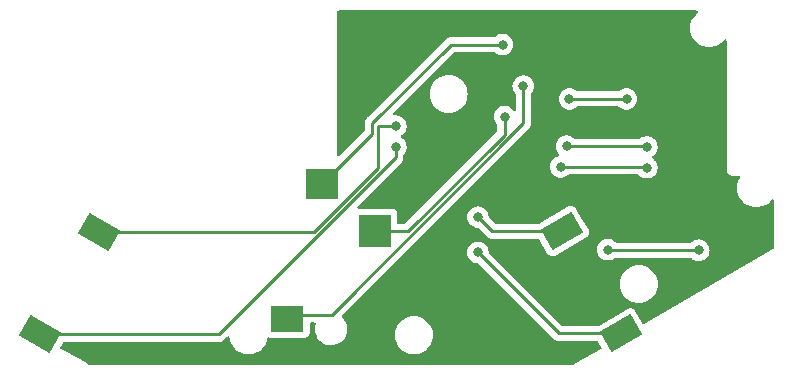
<source format=gbr>
%TF.GenerationSoftware,KiCad,Pcbnew,(6.0.5)*%
%TF.CreationDate,2022-06-19T20:20:05-05:00*%
%TF.ProjectId,GBOYAudioBreakout,47424f59-4175-4646-996f-427265616b6f,rev?*%
%TF.SameCoordinates,Original*%
%TF.FileFunction,Copper,L1,Top*%
%TF.FilePolarity,Positive*%
%FSLAX46Y46*%
G04 Gerber Fmt 4.6, Leading zero omitted, Abs format (unit mm)*
G04 Created by KiCad (PCBNEW (6.0.5)) date 2022-06-19 20:20:05*
%MOMM*%
%LPD*%
G01*
G04 APERTURE LIST*
G04 Aperture macros list*
%AMRotRect*
0 Rectangle, with rotation*
0 The origin of the aperture is its center*
0 $1 length*
0 $2 width*
0 $3 Rotation angle, in degrees counterclockwise*
0 Add horizontal line*
21,1,$1,$2,0,0,$3*%
G04 Aperture macros list end*
%TA.AperFunction,SMDPad,CuDef*%
%ADD10RotRect,3.000000X2.000000X30.000000*%
%TD*%
%TA.AperFunction,SMDPad,CuDef*%
%ADD11RotRect,3.000000X2.000000X150.000000*%
%TD*%
%TA.AperFunction,SMDPad,CuDef*%
%ADD12R,2.800000X2.200000*%
%TD*%
%TA.AperFunction,SMDPad,CuDef*%
%ADD13R,2.800000X2.800000*%
%TD*%
%TA.AperFunction,SMDPad,CuDef*%
%ADD14R,2.800000X2.600000*%
%TD*%
%TA.AperFunction,ViaPad*%
%ADD15C,0.800000*%
%TD*%
%TA.AperFunction,Conductor*%
%ADD16C,0.250000*%
%TD*%
G04 APERTURE END LIST*
D10*
%TO.P,LS2,1,1*%
%TO.N,Net-(LS2-Pad1)*%
X142134848Y-206247128D03*
%TO.P,LS2,2,2*%
%TO.N,Net-(LS2-Pad2)*%
X137134848Y-197586874D03*
%TD*%
D11*
%TO.P,LS1,1,1*%
%TO.N,Net-(LS1-Pad1)*%
X97970153Y-197681873D03*
%TO.P,LS1,2,2*%
%TO.N,Net-(LS1-Pad2)*%
X92970153Y-206342127D03*
%TD*%
D12*
%TO.P,J1,R,ring*%
%TO.N,Net-(U1-Pad13)*%
X113900000Y-205000000D03*
%TO.P,J1,S,sleeve*%
%TO.N,GND*%
X121300000Y-207000000D03*
D13*
%TO.P,J1,T,tip*%
%TO.N,Net-(J1-PadT)*%
X121300000Y-197600000D03*
D14*
%TO.P,J1,TN,tip_sense*%
%TO.N,Net-(J1-PadTN)*%
X116850000Y-193600000D03*
%TD*%
D15*
%TO.N,GND*%
X148780000Y-188650000D03*
%TO.N,Net-(1.8V1-Pad1)*%
X137530000Y-190400000D03*
X144335000Y-190455000D03*
%TO.N,Net-(3.3V1-Pad1)*%
X137030000Y-192150000D03*
X144335000Y-192205000D03*
%TO.N,Net-(LS1-Pad1)*%
X123085000Y-188705000D03*
%TO.N,Net-(LS1-Pad2)*%
X123085000Y-190455000D03*
%TO.N,Net-(LS2-Pad1)*%
X130030000Y-199400000D03*
%TO.N,Net-(LS2-Pad2)*%
X130030000Y-196400000D03*
%TO.N,Net-(MC1-Pad1)*%
X142620000Y-186400000D03*
X137780000Y-186400000D03*
%TO.N,Net-(SDA1-Pad1)*%
X141030000Y-199150000D03*
X148725000Y-199205000D03*
%TO.N,Net-(U1-Pad13)*%
X133870000Y-185310000D03*
%TO.N,Net-(J1-PadTN)*%
X132120000Y-181810000D03*
%TO.N,Net-(J1-PadT)*%
X132280000Y-187900000D03*
%TD*%
D16*
%TO.N,Net-(1.8V1-Pad1)*%
X144335000Y-190455000D02*
X144280000Y-190400000D01*
X144280000Y-190400000D02*
X137530000Y-190400000D01*
%TO.N,Net-(3.3V1-Pad1)*%
X144335000Y-192205000D02*
X144280000Y-192150000D01*
X144280000Y-192150000D02*
X137030000Y-192150000D01*
%TO.N,Net-(LS1-Pad1)*%
X121530000Y-192269022D02*
X121530000Y-188650000D01*
X116117149Y-197681873D02*
X121530000Y-192269022D01*
X97970153Y-197681873D02*
X116117149Y-197681873D01*
X123030000Y-188650000D02*
X121530000Y-188650000D01*
X123085000Y-188705000D02*
X123030000Y-188650000D01*
%TO.N,Net-(LS1-Pad2)*%
X123085000Y-190455000D02*
X123085000Y-191349739D01*
X108092612Y-206342127D02*
X92970153Y-206342127D01*
X123085000Y-191349739D02*
X108092612Y-206342127D01*
%TO.N,Net-(LS2-Pad1)*%
X136877128Y-206247128D02*
X142134848Y-206247128D01*
X130030000Y-199400000D02*
X136877128Y-206247128D01*
%TO.N,Net-(LS2-Pad2)*%
X130030000Y-196400000D02*
X131216874Y-197586874D01*
X131216874Y-197586874D02*
X137134848Y-197586874D01*
%TO.N,Net-(MC1-Pad1)*%
X142620000Y-186400000D02*
X137780000Y-186400000D01*
%TO.N,Net-(SDA1-Pad1)*%
X141085000Y-199205000D02*
X141030000Y-199150000D01*
X148725000Y-199205000D02*
X141085000Y-199205000D01*
%TO.N,Net-(U1-Pad13)*%
X114224521Y-204675479D02*
X113900000Y-205000000D01*
X117673543Y-204675479D02*
X114224521Y-204675479D01*
X133870000Y-185310000D02*
X133870000Y-188479022D01*
X133870000Y-188479022D02*
X117673543Y-204675479D01*
%TO.N,Net-(J1-PadTN)*%
X121080480Y-188463803D02*
X127734283Y-181810000D01*
X121080480Y-189369520D02*
X121080480Y-188463803D01*
X116850000Y-193600000D02*
X121080480Y-189369520D01*
X127734283Y-181810000D02*
X132120000Y-181810000D01*
%TO.N,Net-(J1-PadT)*%
X121300000Y-197600000D02*
X124113304Y-197600000D01*
X124113304Y-197600000D02*
X131780000Y-189933304D01*
X131780000Y-189933304D02*
X132280000Y-189433304D01*
X132280000Y-189433304D02*
X132280000Y-187900000D01*
X121300000Y-197600000D02*
X121580000Y-197600000D01*
%TD*%
%TA.AperFunction,Conductor*%
%TO.N,GND*%
G36*
X148596186Y-178928502D02*
G01*
X148642679Y-178982158D01*
X148652783Y-179052432D01*
X148623289Y-179117012D01*
X148609896Y-179130311D01*
X148459102Y-179259102D01*
X148294672Y-179451624D01*
X148162384Y-179667498D01*
X148065495Y-179901409D01*
X148006391Y-180147597D01*
X147986526Y-180400000D01*
X148006391Y-180652403D01*
X148065495Y-180898591D01*
X148067388Y-180903162D01*
X148067389Y-180903164D01*
X148160211Y-181127255D01*
X148162384Y-181132502D01*
X148294672Y-181348376D01*
X148459102Y-181540898D01*
X148651624Y-181705328D01*
X148867498Y-181837616D01*
X148872068Y-181839509D01*
X148872072Y-181839511D01*
X149096836Y-181932611D01*
X149101409Y-181934505D01*
X149186032Y-181954821D01*
X149342784Y-181992454D01*
X149342790Y-181992455D01*
X149347597Y-181993609D01*
X149447416Y-182001465D01*
X149534345Y-182008307D01*
X149534352Y-182008307D01*
X149536801Y-182008500D01*
X149663199Y-182008500D01*
X149665648Y-182008307D01*
X149665655Y-182008307D01*
X149752584Y-182001465D01*
X149852403Y-181993609D01*
X149857210Y-181992455D01*
X149857216Y-181992454D01*
X150013968Y-181954821D01*
X150098591Y-181934505D01*
X150103164Y-181932611D01*
X150327928Y-181839511D01*
X150327932Y-181839509D01*
X150332502Y-181837616D01*
X150548376Y-181705328D01*
X150740898Y-181540898D01*
X150815873Y-181453114D01*
X150869689Y-181390104D01*
X150929140Y-181351295D01*
X151000135Y-181350789D01*
X151060133Y-181388745D01*
X151090086Y-181453114D01*
X151091500Y-181471935D01*
X151091500Y-192391377D01*
X151091498Y-192392147D01*
X151091024Y-192469721D01*
X151093491Y-192478352D01*
X151099150Y-192498153D01*
X151102728Y-192514915D01*
X151106920Y-192544187D01*
X151110634Y-192552355D01*
X151110634Y-192552356D01*
X151117548Y-192567562D01*
X151123996Y-192585086D01*
X151131051Y-192609771D01*
X151135843Y-192617365D01*
X151135844Y-192617368D01*
X151146830Y-192634780D01*
X151154969Y-192649863D01*
X151167208Y-192676782D01*
X151173069Y-192683584D01*
X151183970Y-192696235D01*
X151195073Y-192711239D01*
X151208776Y-192732958D01*
X151215501Y-192738897D01*
X151215504Y-192738901D01*
X151230938Y-192752532D01*
X151242982Y-192764724D01*
X151256427Y-192780327D01*
X151256430Y-192780329D01*
X151262287Y-192787127D01*
X151269816Y-192792007D01*
X151269817Y-192792008D01*
X151283835Y-192801094D01*
X151298709Y-192812385D01*
X151311217Y-192823431D01*
X151317951Y-192829378D01*
X151344711Y-192841942D01*
X151359691Y-192850263D01*
X151376983Y-192861471D01*
X151376988Y-192861473D01*
X151384515Y-192866352D01*
X151393108Y-192868922D01*
X151393113Y-192868924D01*
X151409120Y-192873711D01*
X151426564Y-192880372D01*
X151441676Y-192887467D01*
X151441678Y-192887468D01*
X151449800Y-192891281D01*
X151458667Y-192892662D01*
X151458668Y-192892662D01*
X151468310Y-192894163D01*
X151479017Y-192895830D01*
X151495732Y-192899613D01*
X151515466Y-192905515D01*
X151515472Y-192905516D01*
X151524066Y-192908086D01*
X151533037Y-192908141D01*
X151533038Y-192908141D01*
X151543097Y-192908202D01*
X151558506Y-192908296D01*
X151559289Y-192908329D01*
X151560386Y-192908500D01*
X151591377Y-192908500D01*
X151592147Y-192908502D01*
X151665785Y-192908952D01*
X151665786Y-192908952D01*
X151669721Y-192908976D01*
X151671065Y-192908592D01*
X151672410Y-192908500D01*
X152126749Y-192908500D01*
X152194870Y-192928502D01*
X152241363Y-192982158D01*
X152251467Y-193052432D01*
X152234181Y-193100335D01*
X152164975Y-193213268D01*
X152164969Y-193213279D01*
X152162384Y-193217498D01*
X152065495Y-193451409D01*
X152006391Y-193697597D01*
X151986526Y-193950000D01*
X152006391Y-194202403D01*
X152065495Y-194448591D01*
X152162384Y-194682502D01*
X152294672Y-194898376D01*
X152459102Y-195090898D01*
X152651624Y-195255328D01*
X152867498Y-195387616D01*
X152872068Y-195389509D01*
X152872072Y-195389511D01*
X153096836Y-195482611D01*
X153101409Y-195484505D01*
X153186032Y-195504821D01*
X153342784Y-195542454D01*
X153342790Y-195542455D01*
X153347597Y-195543609D01*
X153447416Y-195551465D01*
X153534345Y-195558307D01*
X153534352Y-195558307D01*
X153536801Y-195558500D01*
X153663199Y-195558500D01*
X153665648Y-195558307D01*
X153665655Y-195558307D01*
X153752584Y-195551465D01*
X153852403Y-195543609D01*
X153857210Y-195542455D01*
X153857216Y-195542454D01*
X154013968Y-195504821D01*
X154098591Y-195484505D01*
X154103164Y-195482611D01*
X154327928Y-195389511D01*
X154327932Y-195389509D01*
X154332502Y-195387616D01*
X154548376Y-195255328D01*
X154740898Y-195090898D01*
X154799798Y-195021935D01*
X154869689Y-194940104D01*
X154929140Y-194901295D01*
X155000135Y-194900789D01*
X155060133Y-194938745D01*
X155090086Y-195003114D01*
X155091500Y-195021935D01*
X155091500Y-199033678D01*
X155071498Y-199101799D01*
X155028502Y-199142795D01*
X144130607Y-205434882D01*
X144061613Y-205451621D01*
X143994521Y-205428401D01*
X143958488Y-205388764D01*
X143351898Y-204338119D01*
X143351892Y-204338110D01*
X143350193Y-204335167D01*
X143348187Y-204332426D01*
X143348183Y-204332420D01*
X143317919Y-204291070D01*
X143317917Y-204291068D01*
X143313252Y-204284694D01*
X143250926Y-204233407D01*
X143207710Y-204197846D01*
X143207709Y-204197846D01*
X143200778Y-204192142D01*
X143066849Y-204134879D01*
X143057940Y-204133809D01*
X143057937Y-204133808D01*
X142967231Y-204122912D01*
X142922231Y-204117506D01*
X142913376Y-204118980D01*
X142913373Y-204118980D01*
X142786341Y-204140124D01*
X142786339Y-204140125D01*
X142778550Y-204141421D01*
X142721321Y-204166662D01*
X140244342Y-205596747D01*
X140181342Y-205613628D01*
X137191723Y-205613628D01*
X137123602Y-205593626D01*
X137102628Y-205576723D01*
X133600905Y-202075000D01*
X142036526Y-202075000D01*
X142056391Y-202327403D01*
X142115495Y-202573591D01*
X142212384Y-202807502D01*
X142344672Y-203023376D01*
X142509102Y-203215898D01*
X142701624Y-203380328D01*
X142917498Y-203512616D01*
X142922068Y-203514509D01*
X142922072Y-203514511D01*
X143146836Y-203607611D01*
X143151409Y-203609505D01*
X143236032Y-203629821D01*
X143392784Y-203667454D01*
X143392790Y-203667455D01*
X143397597Y-203668609D01*
X143497416Y-203676465D01*
X143584345Y-203683307D01*
X143584352Y-203683307D01*
X143586801Y-203683500D01*
X143713199Y-203683500D01*
X143715648Y-203683307D01*
X143715655Y-203683307D01*
X143802584Y-203676465D01*
X143902403Y-203668609D01*
X143907210Y-203667455D01*
X143907216Y-203667454D01*
X144063968Y-203629821D01*
X144148591Y-203609505D01*
X144153164Y-203607611D01*
X144377928Y-203514511D01*
X144377932Y-203514509D01*
X144382502Y-203512616D01*
X144598376Y-203380328D01*
X144790898Y-203215898D01*
X144955328Y-203023376D01*
X145087616Y-202807502D01*
X145184505Y-202573591D01*
X145243609Y-202327403D01*
X145263474Y-202075000D01*
X145243609Y-201822597D01*
X145184505Y-201576409D01*
X145087616Y-201342498D01*
X144955328Y-201126624D01*
X144790898Y-200934102D01*
X144598376Y-200769672D01*
X144382502Y-200637384D01*
X144377932Y-200635491D01*
X144377928Y-200635489D01*
X144153164Y-200542389D01*
X144153162Y-200542388D01*
X144148591Y-200540495D01*
X144063968Y-200520179D01*
X143907216Y-200482546D01*
X143907210Y-200482545D01*
X143902403Y-200481391D01*
X143802584Y-200473535D01*
X143715655Y-200466693D01*
X143715648Y-200466693D01*
X143713199Y-200466500D01*
X143586801Y-200466500D01*
X143584352Y-200466693D01*
X143584345Y-200466693D01*
X143497416Y-200473535D01*
X143397597Y-200481391D01*
X143392790Y-200482545D01*
X143392784Y-200482546D01*
X143236032Y-200520179D01*
X143151409Y-200540495D01*
X143146838Y-200542388D01*
X143146836Y-200542389D01*
X142922072Y-200635489D01*
X142922068Y-200635491D01*
X142917498Y-200637384D01*
X142701624Y-200769672D01*
X142509102Y-200934102D01*
X142344672Y-201126624D01*
X142212384Y-201342498D01*
X142115495Y-201576409D01*
X142056391Y-201822597D01*
X142036526Y-202075000D01*
X133600905Y-202075000D01*
X130977122Y-199451217D01*
X130943096Y-199388905D01*
X130940907Y-199375292D01*
X130924232Y-199216635D01*
X130924232Y-199216633D01*
X130923542Y-199210072D01*
X130864527Y-199028444D01*
X130769040Y-198863056D01*
X130641253Y-198721134D01*
X130486752Y-198608882D01*
X130480724Y-198606198D01*
X130480722Y-198606197D01*
X130318319Y-198533891D01*
X130318318Y-198533891D01*
X130312288Y-198531206D01*
X130218887Y-198511353D01*
X130131944Y-198492872D01*
X130131939Y-198492872D01*
X130125487Y-198491500D01*
X129934513Y-198491500D01*
X129928061Y-198492872D01*
X129928056Y-198492872D01*
X129841113Y-198511353D01*
X129747712Y-198531206D01*
X129741682Y-198533891D01*
X129741681Y-198533891D01*
X129579278Y-198606197D01*
X129579276Y-198606198D01*
X129573248Y-198608882D01*
X129418747Y-198721134D01*
X129290960Y-198863056D01*
X129195473Y-199028444D01*
X129136458Y-199210072D01*
X129135768Y-199216633D01*
X129135768Y-199216635D01*
X129123100Y-199337169D01*
X129116496Y-199400000D01*
X129117186Y-199406565D01*
X129135053Y-199576556D01*
X129136458Y-199589928D01*
X129195473Y-199771556D01*
X129198776Y-199777278D01*
X129198777Y-199777279D01*
X129209120Y-199795193D01*
X129290960Y-199936944D01*
X129295378Y-199941851D01*
X129295379Y-199941852D01*
X129414180Y-200073794D01*
X129418747Y-200078866D01*
X129496053Y-200135032D01*
X129563187Y-200183808D01*
X129573248Y-200191118D01*
X129579276Y-200193802D01*
X129579278Y-200193803D01*
X129724434Y-200258430D01*
X129747712Y-200268794D01*
X129841112Y-200288647D01*
X129928056Y-200307128D01*
X129928061Y-200307128D01*
X129934513Y-200308500D01*
X129990406Y-200308500D01*
X130058527Y-200328502D01*
X130079501Y-200345405D01*
X136373471Y-206639375D01*
X136381015Y-206647665D01*
X136385128Y-206654146D01*
X136390905Y-206659571D01*
X136434795Y-206700786D01*
X136437637Y-206703541D01*
X136457358Y-206723262D01*
X136460553Y-206725740D01*
X136469575Y-206733446D01*
X136501807Y-206763714D01*
X136508756Y-206767534D01*
X136519560Y-206773474D01*
X136536084Y-206784327D01*
X136552087Y-206796741D01*
X136592671Y-206814304D01*
X136603293Y-206819507D01*
X136642068Y-206840823D01*
X136649745Y-206842794D01*
X136649750Y-206842796D01*
X136661686Y-206845860D01*
X136680394Y-206852265D01*
X136698983Y-206860309D01*
X136706811Y-206861549D01*
X136706818Y-206861551D01*
X136742652Y-206867227D01*
X136754272Y-206869633D01*
X136789417Y-206878656D01*
X136797098Y-206880628D01*
X136817352Y-206880628D01*
X136837062Y-206882179D01*
X136857071Y-206885348D01*
X136864963Y-206884602D01*
X136901089Y-206881187D01*
X136912947Y-206880628D01*
X140108637Y-206880628D01*
X140176758Y-206900630D01*
X140217756Y-206943628D01*
X140479690Y-207397311D01*
X140496428Y-207466306D01*
X140473208Y-207533398D01*
X140433573Y-207569428D01*
X138912174Y-208447834D01*
X138172984Y-208874618D01*
X138109983Y-208891500D01*
X97090016Y-208891500D01*
X97027015Y-208874618D01*
X96299156Y-208454376D01*
X94736314Y-207552042D01*
X94687322Y-207500660D01*
X94673887Y-207430946D01*
X94690197Y-207379925D01*
X94887245Y-207038627D01*
X94938627Y-206989634D01*
X94996364Y-206975627D01*
X108013845Y-206975627D01*
X108025028Y-206976154D01*
X108032521Y-206977829D01*
X108040447Y-206977580D01*
X108040448Y-206977580D01*
X108100598Y-206975689D01*
X108104557Y-206975627D01*
X108132468Y-206975627D01*
X108136403Y-206975130D01*
X108136468Y-206975122D01*
X108148305Y-206974189D01*
X108180563Y-206973175D01*
X108184582Y-206973049D01*
X108192501Y-206972800D01*
X108211955Y-206967148D01*
X108231312Y-206963140D01*
X108243542Y-206961595D01*
X108243543Y-206961595D01*
X108251409Y-206960601D01*
X108258780Y-206957682D01*
X108258782Y-206957682D01*
X108292524Y-206944323D01*
X108303754Y-206940478D01*
X108338595Y-206930356D01*
X108338596Y-206930356D01*
X108346205Y-206928145D01*
X108353024Y-206924112D01*
X108353029Y-206924110D01*
X108363640Y-206917834D01*
X108381388Y-206909139D01*
X108400229Y-206901679D01*
X108435999Y-206875691D01*
X108445919Y-206869175D01*
X108477147Y-206850707D01*
X108477150Y-206850705D01*
X108483974Y-206846669D01*
X108498295Y-206832348D01*
X108513329Y-206819507D01*
X108523306Y-206812258D01*
X108529719Y-206807599D01*
X108557910Y-206773522D01*
X108565900Y-206764743D01*
X108798457Y-206532186D01*
X108860769Y-206498160D01*
X108931584Y-206503225D01*
X108988420Y-206545772D01*
X109013164Y-206611395D01*
X109016391Y-206652403D01*
X109017545Y-206657210D01*
X109017546Y-206657216D01*
X109038026Y-206742519D01*
X109075495Y-206898591D01*
X109077388Y-206903162D01*
X109077389Y-206903164D01*
X109156232Y-207093507D01*
X109172384Y-207132502D01*
X109304672Y-207348376D01*
X109469102Y-207540898D01*
X109661624Y-207705328D01*
X109877498Y-207837616D01*
X109882068Y-207839509D01*
X109882072Y-207839511D01*
X110106836Y-207932611D01*
X110111409Y-207934505D01*
X110196032Y-207954821D01*
X110352784Y-207992454D01*
X110352790Y-207992455D01*
X110357597Y-207993609D01*
X110457416Y-208001465D01*
X110544345Y-208008307D01*
X110544352Y-208008307D01*
X110546801Y-208008500D01*
X110673199Y-208008500D01*
X110675648Y-208008307D01*
X110675655Y-208008307D01*
X110762584Y-208001465D01*
X110862403Y-207993609D01*
X110867210Y-207992455D01*
X110867216Y-207992454D01*
X111023968Y-207954821D01*
X111108591Y-207934505D01*
X111113164Y-207932611D01*
X111337928Y-207839511D01*
X111337932Y-207839509D01*
X111342502Y-207837616D01*
X111558376Y-207705328D01*
X111750898Y-207540898D01*
X111915328Y-207348376D01*
X112047616Y-207132502D01*
X112063769Y-207093507D01*
X112142611Y-206903164D01*
X112142612Y-206903162D01*
X112144505Y-206898591D01*
X112191993Y-206700786D01*
X112196855Y-206680536D01*
X112232207Y-206618967D01*
X112295234Y-206586284D01*
X112363604Y-206591968D01*
X112389684Y-206601745D01*
X112451866Y-206608500D01*
X115348134Y-206608500D01*
X115410316Y-206601745D01*
X115546705Y-206550615D01*
X115663261Y-206463261D01*
X115750615Y-206346705D01*
X115801745Y-206210316D01*
X115808500Y-206148134D01*
X115808500Y-205434979D01*
X115828502Y-205366858D01*
X115882158Y-205320365D01*
X115934500Y-205308979D01*
X116189944Y-205308979D01*
X116258065Y-205328981D01*
X116304558Y-205382637D01*
X116314662Y-205452911D01*
X116310277Y-205472339D01*
X116268393Y-205607227D01*
X116267692Y-205612516D01*
X116252304Y-205728623D01*
X116238102Y-205835774D01*
X116246751Y-206066158D01*
X116294093Y-206291791D01*
X116296051Y-206296750D01*
X116296052Y-206296752D01*
X116375593Y-206498160D01*
X116378776Y-206506221D01*
X116381543Y-206510780D01*
X116381544Y-206510783D01*
X116442598Y-206611396D01*
X116498377Y-206703317D01*
X116501874Y-206707347D01*
X116644926Y-206872200D01*
X116649477Y-206877445D01*
X116680844Y-206903164D01*
X116823627Y-207020240D01*
X116823633Y-207020244D01*
X116827755Y-207023624D01*
X116832391Y-207026263D01*
X116832394Y-207026265D01*
X116941422Y-207088327D01*
X117028114Y-207137675D01*
X117244825Y-207216337D01*
X117250074Y-207217286D01*
X117250077Y-207217287D01*
X117467608Y-207256623D01*
X117467615Y-207256624D01*
X117471692Y-207257361D01*
X117489414Y-207258197D01*
X117494356Y-207258430D01*
X117494363Y-207258430D01*
X117495844Y-207258500D01*
X117657890Y-207258500D01*
X117724809Y-207252822D01*
X117824409Y-207244371D01*
X117824413Y-207244370D01*
X117829720Y-207243920D01*
X117834875Y-207242582D01*
X117834881Y-207242581D01*
X118047703Y-207187343D01*
X118047707Y-207187342D01*
X118052872Y-207186001D01*
X118057738Y-207183809D01*
X118057741Y-207183808D01*
X118258202Y-207093507D01*
X118263075Y-207091312D01*
X118454319Y-206962559D01*
X118459432Y-206957682D01*
X118552210Y-206869175D01*
X118621135Y-206803424D01*
X118643419Y-206773474D01*
X118699010Y-206698757D01*
X118758754Y-206618458D01*
X118767252Y-206601745D01*
X118818342Y-206501256D01*
X118863240Y-206412949D01*
X118867261Y-206400000D01*
X122996526Y-206400000D01*
X123016391Y-206652403D01*
X123017545Y-206657210D01*
X123017546Y-206657216D01*
X123038026Y-206742519D01*
X123075495Y-206898591D01*
X123077388Y-206903162D01*
X123077389Y-206903164D01*
X123156232Y-207093507D01*
X123172384Y-207132502D01*
X123304672Y-207348376D01*
X123469102Y-207540898D01*
X123661624Y-207705328D01*
X123877498Y-207837616D01*
X123882068Y-207839509D01*
X123882072Y-207839511D01*
X124106836Y-207932611D01*
X124111409Y-207934505D01*
X124196032Y-207954821D01*
X124352784Y-207992454D01*
X124352790Y-207992455D01*
X124357597Y-207993609D01*
X124457416Y-208001465D01*
X124544345Y-208008307D01*
X124544352Y-208008307D01*
X124546801Y-208008500D01*
X124673199Y-208008500D01*
X124675648Y-208008307D01*
X124675655Y-208008307D01*
X124762584Y-208001465D01*
X124862403Y-207993609D01*
X124867210Y-207992455D01*
X124867216Y-207992454D01*
X125023968Y-207954821D01*
X125108591Y-207934505D01*
X125113164Y-207932611D01*
X125337928Y-207839511D01*
X125337932Y-207839509D01*
X125342502Y-207837616D01*
X125558376Y-207705328D01*
X125750898Y-207540898D01*
X125915328Y-207348376D01*
X126047616Y-207132502D01*
X126063769Y-207093507D01*
X126142611Y-206903164D01*
X126142612Y-206903162D01*
X126144505Y-206898591D01*
X126181974Y-206742519D01*
X126202454Y-206657216D01*
X126202455Y-206657210D01*
X126203609Y-206652403D01*
X126223474Y-206400000D01*
X126203609Y-206147597D01*
X126185311Y-206071377D01*
X126145660Y-205906221D01*
X126144505Y-205901409D01*
X126142611Y-205896836D01*
X126049511Y-205672072D01*
X126049509Y-205672068D01*
X126047616Y-205667498D01*
X125915328Y-205451624D01*
X125750898Y-205259102D01*
X125558376Y-205094672D01*
X125342502Y-204962384D01*
X125337932Y-204960491D01*
X125337928Y-204960489D01*
X125113164Y-204867389D01*
X125113162Y-204867388D01*
X125108591Y-204865495D01*
X125023968Y-204845179D01*
X124867216Y-204807546D01*
X124867210Y-204807545D01*
X124862403Y-204806391D01*
X124762584Y-204798535D01*
X124675655Y-204791693D01*
X124675648Y-204791693D01*
X124673199Y-204791500D01*
X124546801Y-204791500D01*
X124544352Y-204791693D01*
X124544345Y-204791693D01*
X124457416Y-204798535D01*
X124357597Y-204806391D01*
X124352790Y-204807545D01*
X124352784Y-204807546D01*
X124196032Y-204845179D01*
X124111409Y-204865495D01*
X124106838Y-204867388D01*
X124106836Y-204867389D01*
X123882072Y-204960489D01*
X123882068Y-204960491D01*
X123877498Y-204962384D01*
X123661624Y-205094672D01*
X123469102Y-205259102D01*
X123304672Y-205451624D01*
X123172384Y-205667498D01*
X123170491Y-205672068D01*
X123170489Y-205672072D01*
X123077389Y-205896836D01*
X123075495Y-205901409D01*
X123074340Y-205906221D01*
X123034690Y-206071377D01*
X123016391Y-206147597D01*
X122996526Y-206400000D01*
X118867261Y-206400000D01*
X118883810Y-206346705D01*
X118930024Y-206197871D01*
X118931607Y-206192773D01*
X118937976Y-206144717D01*
X118961198Y-205969511D01*
X118961198Y-205969506D01*
X118961898Y-205964226D01*
X118953249Y-205733842D01*
X118944417Y-205691746D01*
X118923829Y-205593626D01*
X118905907Y-205508209D01*
X118903948Y-205503248D01*
X118823185Y-205298744D01*
X118823184Y-205298742D01*
X118821224Y-205293779D01*
X118800182Y-205259102D01*
X118704390Y-205101243D01*
X118701623Y-205096683D01*
X118585085Y-204962384D01*
X118554023Y-204926588D01*
X118554021Y-204926586D01*
X118550523Y-204922555D01*
X118532708Y-204907948D01*
X118492715Y-204849288D01*
X118490784Y-204778318D01*
X118523506Y-204721420D01*
X126844926Y-196400000D01*
X129116496Y-196400000D01*
X129136458Y-196589928D01*
X129195473Y-196771556D01*
X129290960Y-196936944D01*
X129295378Y-196941851D01*
X129295379Y-196941852D01*
X129376091Y-197031492D01*
X129418747Y-197078866D01*
X129573248Y-197191118D01*
X129579276Y-197193802D01*
X129579278Y-197193803D01*
X129741681Y-197266109D01*
X129747712Y-197268794D01*
X129841112Y-197288647D01*
X129928056Y-197307128D01*
X129928061Y-197307128D01*
X129934513Y-197308500D01*
X129990406Y-197308500D01*
X130058527Y-197328502D01*
X130079501Y-197345405D01*
X130713217Y-197979121D01*
X130720761Y-197987411D01*
X130724874Y-197993892D01*
X130730651Y-197999317D01*
X130774541Y-198040532D01*
X130777383Y-198043287D01*
X130797104Y-198063008D01*
X130800299Y-198065486D01*
X130809321Y-198073192D01*
X130841553Y-198103460D01*
X130848502Y-198107280D01*
X130859306Y-198113220D01*
X130875830Y-198124073D01*
X130891833Y-198136487D01*
X130932417Y-198154050D01*
X130943047Y-198159257D01*
X130981814Y-198180569D01*
X130989491Y-198182540D01*
X130989496Y-198182542D01*
X131001432Y-198185606D01*
X131020140Y-198192011D01*
X131038729Y-198200055D01*
X131046557Y-198201295D01*
X131046564Y-198201297D01*
X131082398Y-198206973D01*
X131094018Y-198209379D01*
X131129163Y-198218402D01*
X131136844Y-198220374D01*
X131157098Y-198220374D01*
X131176808Y-198221925D01*
X131196817Y-198225094D01*
X131204709Y-198224348D01*
X131240835Y-198220933D01*
X131252693Y-198220374D01*
X135108637Y-198220374D01*
X135176758Y-198240376D01*
X135217756Y-198283374D01*
X135917798Y-199495883D01*
X135917804Y-199495892D01*
X135919503Y-199498835D01*
X135921509Y-199501576D01*
X135921513Y-199501582D01*
X135931532Y-199515271D01*
X135956444Y-199549308D01*
X135962547Y-199554330D01*
X135962548Y-199554331D01*
X136045682Y-199622740D01*
X136068918Y-199641860D01*
X136202847Y-199699123D01*
X136211756Y-199700193D01*
X136211759Y-199700194D01*
X136302465Y-199711090D01*
X136347465Y-199716496D01*
X136356320Y-199715022D01*
X136356323Y-199715022D01*
X136483355Y-199693878D01*
X136483357Y-199693877D01*
X136491146Y-199692581D01*
X136548375Y-199667340D01*
X137444434Y-199150000D01*
X140116496Y-199150000D01*
X140117186Y-199156565D01*
X140131399Y-199291791D01*
X140136458Y-199339928D01*
X140195473Y-199521556D01*
X140198776Y-199527278D01*
X140198777Y-199527279D01*
X140231159Y-199583365D01*
X140290960Y-199686944D01*
X140295378Y-199691851D01*
X140295379Y-199691852D01*
X140401779Y-199810021D01*
X140418747Y-199828866D01*
X140573248Y-199941118D01*
X140579276Y-199943802D01*
X140579278Y-199943803D01*
X140702811Y-199998803D01*
X140747712Y-200018794D01*
X140841113Y-200038647D01*
X140928056Y-200057128D01*
X140928061Y-200057128D01*
X140934513Y-200058500D01*
X141125487Y-200058500D01*
X141131939Y-200057128D01*
X141131944Y-200057128D01*
X141218887Y-200038647D01*
X141312288Y-200018794D01*
X141357189Y-199998803D01*
X141480722Y-199943803D01*
X141480724Y-199943802D01*
X141486752Y-199941118D01*
X141560214Y-199887745D01*
X141594872Y-199862564D01*
X141661740Y-199838706D01*
X141668933Y-199838500D01*
X148016800Y-199838500D01*
X148084921Y-199858502D01*
X148104147Y-199874843D01*
X148104420Y-199874540D01*
X148109332Y-199878963D01*
X148113747Y-199883866D01*
X148135329Y-199899546D01*
X148193558Y-199941852D01*
X148268248Y-199996118D01*
X148274276Y-199998802D01*
X148274278Y-199998803D01*
X148405279Y-200057128D01*
X148442712Y-200073794D01*
X148535454Y-200093507D01*
X148623056Y-200112128D01*
X148623061Y-200112128D01*
X148629513Y-200113500D01*
X148820487Y-200113500D01*
X148826939Y-200112128D01*
X148826944Y-200112128D01*
X148914546Y-200093507D01*
X149007288Y-200073794D01*
X149044721Y-200057128D01*
X149175722Y-199998803D01*
X149175724Y-199998802D01*
X149181752Y-199996118D01*
X149336253Y-199883866D01*
X149340675Y-199878955D01*
X149459621Y-199746852D01*
X149459622Y-199746851D01*
X149464040Y-199741944D01*
X149559527Y-199576556D01*
X149618542Y-199394928D01*
X149625013Y-199333365D01*
X149637814Y-199211565D01*
X149638504Y-199205000D01*
X149629330Y-199117715D01*
X149619232Y-199021635D01*
X149619232Y-199021633D01*
X149618542Y-199015072D01*
X149559527Y-198833444D01*
X149524469Y-198772721D01*
X149522314Y-198768990D01*
X149464040Y-198668056D01*
X149343238Y-198533891D01*
X149340675Y-198531045D01*
X149340674Y-198531044D01*
X149336253Y-198526134D01*
X149181752Y-198413882D01*
X149175724Y-198411198D01*
X149175722Y-198411197D01*
X149013319Y-198338891D01*
X149013318Y-198338891D01*
X149007288Y-198336206D01*
X148909277Y-198315373D01*
X148826944Y-198297872D01*
X148826939Y-198297872D01*
X148820487Y-198296500D01*
X148629513Y-198296500D01*
X148623061Y-198297872D01*
X148623056Y-198297872D01*
X148540723Y-198315373D01*
X148442712Y-198336206D01*
X148436682Y-198338891D01*
X148436681Y-198338891D01*
X148274278Y-198411197D01*
X148274276Y-198411198D01*
X148268248Y-198413882D01*
X148113747Y-198526134D01*
X148109332Y-198531037D01*
X148104420Y-198535460D01*
X148103295Y-198534211D01*
X148049986Y-198567051D01*
X148016800Y-198571500D01*
X141787721Y-198571500D01*
X141719600Y-198551498D01*
X141694085Y-198529810D01*
X141687283Y-198522255D01*
X141641253Y-198471134D01*
X141486752Y-198358882D01*
X141480724Y-198356198D01*
X141480722Y-198356197D01*
X141318319Y-198283891D01*
X141318318Y-198283891D01*
X141312288Y-198281206D01*
X141218888Y-198261353D01*
X141131944Y-198242872D01*
X141131939Y-198242872D01*
X141125487Y-198241500D01*
X140934513Y-198241500D01*
X140928061Y-198242872D01*
X140928056Y-198242872D01*
X140841112Y-198261353D01*
X140747712Y-198281206D01*
X140741682Y-198283891D01*
X140741681Y-198283891D01*
X140579278Y-198356197D01*
X140579276Y-198356198D01*
X140573248Y-198358882D01*
X140418747Y-198471134D01*
X140414326Y-198476044D01*
X140414325Y-198476045D01*
X140385365Y-198508209D01*
X140290960Y-198613056D01*
X140195473Y-198778444D01*
X140136458Y-198960072D01*
X140135768Y-198966633D01*
X140135768Y-198966635D01*
X140127202Y-199048134D01*
X140116496Y-199150000D01*
X137444434Y-199150000D01*
X139229821Y-198119206D01*
X139260595Y-198096683D01*
X139273916Y-198086934D01*
X139273918Y-198086933D01*
X139280295Y-198082265D01*
X139372846Y-197969791D01*
X139389492Y-197930861D01*
X139426581Y-197844115D01*
X139430110Y-197835862D01*
X139447483Y-197691245D01*
X139443110Y-197664968D01*
X139424865Y-197555354D01*
X139424864Y-197555352D01*
X139423568Y-197547563D01*
X139420383Y-197540343D01*
X139420382Y-197540338D01*
X139399703Y-197493455D01*
X139398327Y-197490335D01*
X138798392Y-196451217D01*
X138351898Y-195677865D01*
X138351892Y-195677856D01*
X138350193Y-195674913D01*
X138348187Y-195672172D01*
X138348183Y-195672166D01*
X138317919Y-195630816D01*
X138317917Y-195630814D01*
X138313252Y-195624440D01*
X138250926Y-195573153D01*
X138207710Y-195537592D01*
X138207709Y-195537592D01*
X138200778Y-195531888D01*
X138066849Y-195474625D01*
X138057940Y-195473555D01*
X138057937Y-195473554D01*
X137967231Y-195462658D01*
X137922231Y-195457252D01*
X137913376Y-195458726D01*
X137913373Y-195458726D01*
X137786341Y-195479870D01*
X137786339Y-195479871D01*
X137778550Y-195481167D01*
X137721321Y-195506408D01*
X135244342Y-196936493D01*
X135181342Y-196953374D01*
X131531469Y-196953374D01*
X131463348Y-196933372D01*
X131442374Y-196916469D01*
X130977122Y-196451217D01*
X130943096Y-196388905D01*
X130940907Y-196375292D01*
X130924232Y-196216635D01*
X130924232Y-196216633D01*
X130923542Y-196210072D01*
X130864527Y-196028444D01*
X130769040Y-195863056D01*
X130682700Y-195767165D01*
X130645675Y-195726045D01*
X130645674Y-195726044D01*
X130641253Y-195721134D01*
X130519385Y-195632591D01*
X130492094Y-195612763D01*
X130492093Y-195612762D01*
X130486752Y-195608882D01*
X130480724Y-195606198D01*
X130480722Y-195606197D01*
X130318319Y-195533891D01*
X130318318Y-195533891D01*
X130312288Y-195531206D01*
X130203654Y-195508115D01*
X130131944Y-195492872D01*
X130131939Y-195492872D01*
X130125487Y-195491500D01*
X129934513Y-195491500D01*
X129928061Y-195492872D01*
X129928056Y-195492872D01*
X129856346Y-195508115D01*
X129747712Y-195531206D01*
X129741682Y-195533891D01*
X129741681Y-195533891D01*
X129579278Y-195606197D01*
X129579276Y-195606198D01*
X129573248Y-195608882D01*
X129567907Y-195612762D01*
X129567906Y-195612763D01*
X129540615Y-195632591D01*
X129418747Y-195721134D01*
X129414326Y-195726044D01*
X129414325Y-195726045D01*
X129377301Y-195767165D01*
X129290960Y-195863056D01*
X129195473Y-196028444D01*
X129136458Y-196210072D01*
X129116496Y-196400000D01*
X126844926Y-196400000D01*
X131094926Y-192150000D01*
X136116496Y-192150000D01*
X136136458Y-192339928D01*
X136195473Y-192521556D01*
X136198776Y-192527278D01*
X136198777Y-192527279D01*
X136232153Y-192585087D01*
X136290960Y-192686944D01*
X136295378Y-192691851D01*
X136295379Y-192691852D01*
X136355135Y-192758218D01*
X136418747Y-192828866D01*
X136517843Y-192900864D01*
X136555884Y-192928502D01*
X136573248Y-192941118D01*
X136579276Y-192943802D01*
X136579278Y-192943803D01*
X136702811Y-192998803D01*
X136747712Y-193018794D01*
X136821603Y-193034500D01*
X136928056Y-193057128D01*
X136928061Y-193057128D01*
X136934513Y-193058500D01*
X137125487Y-193058500D01*
X137131939Y-193057128D01*
X137131944Y-193057128D01*
X137238397Y-193034500D01*
X137312288Y-193018794D01*
X137357189Y-192998803D01*
X137480722Y-192943803D01*
X137480724Y-192943802D01*
X137486752Y-192941118D01*
X137504117Y-192928502D01*
X137619671Y-192844546D01*
X137641253Y-192828866D01*
X137645668Y-192823963D01*
X137650580Y-192819540D01*
X137651705Y-192820789D01*
X137705014Y-192787949D01*
X137738200Y-192783500D01*
X143577279Y-192783500D01*
X143645400Y-192803502D01*
X143670914Y-192825190D01*
X143723747Y-192883866D01*
X143878248Y-192996118D01*
X143884276Y-192998802D01*
X143884278Y-192998803D01*
X144015279Y-193057128D01*
X144052712Y-193073794D01*
X144146112Y-193093647D01*
X144233056Y-193112128D01*
X144233061Y-193112128D01*
X144239513Y-193113500D01*
X144430487Y-193113500D01*
X144436939Y-193112128D01*
X144436944Y-193112128D01*
X144523888Y-193093647D01*
X144617288Y-193073794D01*
X144654721Y-193057128D01*
X144785722Y-192998803D01*
X144785724Y-192998802D01*
X144791752Y-192996118D01*
X144946253Y-192883866D01*
X144980713Y-192845594D01*
X145069621Y-192746852D01*
X145069622Y-192746851D01*
X145074040Y-192741944D01*
X145169527Y-192576556D01*
X145228542Y-192394928D01*
X145232173Y-192360386D01*
X145247814Y-192211565D01*
X145248504Y-192205000D01*
X145242033Y-192143435D01*
X145229232Y-192021635D01*
X145229232Y-192021633D01*
X145228542Y-192015072D01*
X145169527Y-191833444D01*
X145134469Y-191772721D01*
X145128062Y-191761625D01*
X145074040Y-191668056D01*
X145033969Y-191623552D01*
X144950675Y-191531045D01*
X144950674Y-191531044D01*
X144946253Y-191526134D01*
X144880489Y-191478353D01*
X144816601Y-191431936D01*
X144773247Y-191375714D01*
X144767172Y-191304977D01*
X144800304Y-191242186D01*
X144816601Y-191228064D01*
X144940909Y-191137749D01*
X144940911Y-191137747D01*
X144946253Y-191133866D01*
X144968500Y-191109158D01*
X145069621Y-190996852D01*
X145069625Y-190996847D01*
X145074040Y-190991944D01*
X145169527Y-190826556D01*
X145228542Y-190644928D01*
X145235013Y-190583365D01*
X145247814Y-190461565D01*
X145248504Y-190455000D01*
X145228542Y-190265072D01*
X145169527Y-190083444D01*
X145134469Y-190022721D01*
X145077341Y-189923774D01*
X145074040Y-189918056D01*
X144946253Y-189776134D01*
X144791752Y-189663882D01*
X144785724Y-189661198D01*
X144785722Y-189661197D01*
X144623319Y-189588891D01*
X144623318Y-189588891D01*
X144617288Y-189586206D01*
X144523888Y-189566353D01*
X144436944Y-189547872D01*
X144436939Y-189547872D01*
X144430487Y-189546500D01*
X144239513Y-189546500D01*
X144233061Y-189547872D01*
X144233056Y-189547872D01*
X144146112Y-189566353D01*
X144052712Y-189586206D01*
X144046682Y-189588891D01*
X144046681Y-189588891D01*
X143884278Y-189661197D01*
X143884276Y-189661198D01*
X143878248Y-189663882D01*
X143872907Y-189667762D01*
X143872906Y-189667763D01*
X143770128Y-189742436D01*
X143703260Y-189766294D01*
X143696067Y-189766500D01*
X138238200Y-189766500D01*
X138170079Y-189746498D01*
X138150853Y-189730157D01*
X138150580Y-189730460D01*
X138145668Y-189726037D01*
X138141253Y-189721134D01*
X138067865Y-189667814D01*
X137992094Y-189612763D01*
X137992093Y-189612762D01*
X137986752Y-189608882D01*
X137980724Y-189606198D01*
X137980722Y-189606197D01*
X137818319Y-189533891D01*
X137818318Y-189533891D01*
X137812288Y-189531206D01*
X137718888Y-189511353D01*
X137631944Y-189492872D01*
X137631939Y-189492872D01*
X137625487Y-189491500D01*
X137434513Y-189491500D01*
X137428061Y-189492872D01*
X137428056Y-189492872D01*
X137341112Y-189511353D01*
X137247712Y-189531206D01*
X137241682Y-189533891D01*
X137241681Y-189533891D01*
X137079278Y-189606197D01*
X137079276Y-189606198D01*
X137073248Y-189608882D01*
X136918747Y-189721134D01*
X136914326Y-189726044D01*
X136914325Y-189726045D01*
X136899567Y-189742436D01*
X136790960Y-189863056D01*
X136695473Y-190028444D01*
X136636458Y-190210072D01*
X136635768Y-190216633D01*
X136635768Y-190216635D01*
X136617186Y-190393435D01*
X136616496Y-190400000D01*
X136617186Y-190406565D01*
X136621689Y-190449404D01*
X136636458Y-190589928D01*
X136695473Y-190771556D01*
X136698776Y-190777278D01*
X136698777Y-190777279D01*
X136732686Y-190836010D01*
X136790960Y-190936944D01*
X136795378Y-190941851D01*
X136795379Y-190941852D01*
X136898162Y-191056004D01*
X136928880Y-191120011D01*
X136920115Y-191190465D01*
X136874652Y-191244996D01*
X136830724Y-191263560D01*
X136754176Y-191279831D01*
X136754167Y-191279834D01*
X136747712Y-191281206D01*
X136741682Y-191283891D01*
X136741681Y-191283891D01*
X136579278Y-191356197D01*
X136579276Y-191356198D01*
X136573248Y-191358882D01*
X136418747Y-191471134D01*
X136414326Y-191476044D01*
X136414325Y-191476045D01*
X136323320Y-191577117D01*
X136290960Y-191613056D01*
X136246084Y-191690784D01*
X136200632Y-191769509D01*
X136195473Y-191778444D01*
X136136458Y-191960072D01*
X136135768Y-191966633D01*
X136135768Y-191966635D01*
X136128333Y-192037377D01*
X136116496Y-192150000D01*
X131094926Y-192150000D01*
X134262247Y-188982679D01*
X134270537Y-188975135D01*
X134277018Y-188971022D01*
X134323659Y-188921354D01*
X134326413Y-188918513D01*
X134346134Y-188898792D01*
X134348612Y-188895597D01*
X134356318Y-188886575D01*
X134381158Y-188860123D01*
X134386586Y-188854343D01*
X134396346Y-188836590D01*
X134407199Y-188820067D01*
X134414753Y-188810328D01*
X134419613Y-188804063D01*
X134437176Y-188763479D01*
X134442383Y-188752849D01*
X134463695Y-188714082D01*
X134465666Y-188706405D01*
X134465668Y-188706400D01*
X134468732Y-188694464D01*
X134475138Y-188675752D01*
X134480033Y-188664441D01*
X134483181Y-188657167D01*
X134484421Y-188649339D01*
X134484423Y-188649332D01*
X134490099Y-188613498D01*
X134492505Y-188601878D01*
X134501528Y-188566733D01*
X134501528Y-188566732D01*
X134503500Y-188559052D01*
X134503500Y-188538798D01*
X134505051Y-188519087D01*
X134506980Y-188506908D01*
X134508220Y-188499079D01*
X134504059Y-188455060D01*
X134503500Y-188443203D01*
X134503500Y-186400000D01*
X136866496Y-186400000D01*
X136886458Y-186589928D01*
X136945473Y-186771556D01*
X137040960Y-186936944D01*
X137168747Y-187078866D01*
X137323248Y-187191118D01*
X137329276Y-187193802D01*
X137329278Y-187193803D01*
X137491681Y-187266109D01*
X137497712Y-187268794D01*
X137591113Y-187288647D01*
X137678056Y-187307128D01*
X137678061Y-187307128D01*
X137684513Y-187308500D01*
X137875487Y-187308500D01*
X137881939Y-187307128D01*
X137881944Y-187307128D01*
X137968887Y-187288647D01*
X138062288Y-187268794D01*
X138068319Y-187266109D01*
X138230722Y-187193803D01*
X138230724Y-187193802D01*
X138236752Y-187191118D01*
X138391253Y-187078866D01*
X138395668Y-187073963D01*
X138400580Y-187069540D01*
X138401705Y-187070789D01*
X138455014Y-187037949D01*
X138488200Y-187033500D01*
X141911800Y-187033500D01*
X141979921Y-187053502D01*
X141999147Y-187069843D01*
X141999420Y-187069540D01*
X142004332Y-187073963D01*
X142008747Y-187078866D01*
X142163248Y-187191118D01*
X142169276Y-187193802D01*
X142169278Y-187193803D01*
X142331681Y-187266109D01*
X142337712Y-187268794D01*
X142431113Y-187288647D01*
X142518056Y-187307128D01*
X142518061Y-187307128D01*
X142524513Y-187308500D01*
X142715487Y-187308500D01*
X142721939Y-187307128D01*
X142721944Y-187307128D01*
X142808887Y-187288647D01*
X142902288Y-187268794D01*
X142908319Y-187266109D01*
X143070722Y-187193803D01*
X143070724Y-187193802D01*
X143076752Y-187191118D01*
X143231253Y-187078866D01*
X143359040Y-186936944D01*
X143454527Y-186771556D01*
X143513542Y-186589928D01*
X143533504Y-186400000D01*
X143532814Y-186393435D01*
X143514232Y-186216635D01*
X143514232Y-186216633D01*
X143513542Y-186210072D01*
X143454527Y-186028444D01*
X143359040Y-185863056D01*
X143348948Y-185851847D01*
X143235675Y-185726045D01*
X143235674Y-185726044D01*
X143231253Y-185721134D01*
X143076752Y-185608882D01*
X143070724Y-185606198D01*
X143070722Y-185606197D01*
X142908319Y-185533891D01*
X142908318Y-185533891D01*
X142902288Y-185531206D01*
X142808888Y-185511353D01*
X142721944Y-185492872D01*
X142721939Y-185492872D01*
X142715487Y-185491500D01*
X142524513Y-185491500D01*
X142518061Y-185492872D01*
X142518056Y-185492872D01*
X142431112Y-185511353D01*
X142337712Y-185531206D01*
X142331682Y-185533891D01*
X142331681Y-185533891D01*
X142169278Y-185606197D01*
X142169276Y-185606198D01*
X142163248Y-185608882D01*
X142008747Y-185721134D01*
X142004332Y-185726037D01*
X141999420Y-185730460D01*
X141998295Y-185729211D01*
X141944986Y-185762051D01*
X141911800Y-185766500D01*
X138488200Y-185766500D01*
X138420079Y-185746498D01*
X138400853Y-185730157D01*
X138400580Y-185730460D01*
X138395668Y-185726037D01*
X138391253Y-185721134D01*
X138236752Y-185608882D01*
X138230724Y-185606198D01*
X138230722Y-185606197D01*
X138068319Y-185533891D01*
X138068318Y-185533891D01*
X138062288Y-185531206D01*
X137968888Y-185511353D01*
X137881944Y-185492872D01*
X137881939Y-185492872D01*
X137875487Y-185491500D01*
X137684513Y-185491500D01*
X137678061Y-185492872D01*
X137678056Y-185492872D01*
X137591112Y-185511353D01*
X137497712Y-185531206D01*
X137491682Y-185533891D01*
X137491681Y-185533891D01*
X137329278Y-185606197D01*
X137329276Y-185606198D01*
X137323248Y-185608882D01*
X137168747Y-185721134D01*
X137164326Y-185726044D01*
X137164325Y-185726045D01*
X137051053Y-185851847D01*
X137040960Y-185863056D01*
X136945473Y-186028444D01*
X136886458Y-186210072D01*
X136885768Y-186216633D01*
X136885768Y-186216635D01*
X136867186Y-186393435D01*
X136866496Y-186400000D01*
X134503500Y-186400000D01*
X134503500Y-186012524D01*
X134523502Y-185944403D01*
X134535858Y-185928221D01*
X134609040Y-185846944D01*
X134683916Y-185717255D01*
X134701223Y-185687279D01*
X134701224Y-185687278D01*
X134704527Y-185681556D01*
X134763542Y-185499928D01*
X134783504Y-185310000D01*
X134763542Y-185120072D01*
X134704527Y-184938444D01*
X134609040Y-184773056D01*
X134481253Y-184631134D01*
X134352218Y-184537384D01*
X134332094Y-184522763D01*
X134332093Y-184522762D01*
X134326752Y-184518882D01*
X134320724Y-184516198D01*
X134320722Y-184516197D01*
X134158319Y-184443891D01*
X134158318Y-184443891D01*
X134152288Y-184441206D01*
X134058887Y-184421353D01*
X133971944Y-184402872D01*
X133971939Y-184402872D01*
X133965487Y-184401500D01*
X133774513Y-184401500D01*
X133768061Y-184402872D01*
X133768056Y-184402872D01*
X133681113Y-184421353D01*
X133587712Y-184441206D01*
X133581682Y-184443891D01*
X133581681Y-184443891D01*
X133419278Y-184516197D01*
X133419276Y-184516198D01*
X133413248Y-184518882D01*
X133407907Y-184522762D01*
X133407906Y-184522763D01*
X133387782Y-184537384D01*
X133258747Y-184631134D01*
X133130960Y-184773056D01*
X133035473Y-184938444D01*
X132976458Y-185120072D01*
X132956496Y-185310000D01*
X132976458Y-185499928D01*
X133035473Y-185681556D01*
X133038776Y-185687278D01*
X133038777Y-185687279D01*
X133056084Y-185717255D01*
X133130960Y-185846944D01*
X133204137Y-185928215D01*
X133234853Y-185992221D01*
X133236500Y-186012524D01*
X133236500Y-187276329D01*
X133216498Y-187344450D01*
X133162842Y-187390943D01*
X133092568Y-187401047D01*
X133027988Y-187371553D01*
X133016869Y-187360645D01*
X132891253Y-187221134D01*
X132736752Y-187108882D01*
X132730724Y-187106198D01*
X132730722Y-187106197D01*
X132568319Y-187033891D01*
X132568318Y-187033891D01*
X132562288Y-187031206D01*
X132468887Y-187011353D01*
X132381944Y-186992872D01*
X132381939Y-186992872D01*
X132375487Y-186991500D01*
X132184513Y-186991500D01*
X132178061Y-186992872D01*
X132178056Y-186992872D01*
X132091113Y-187011353D01*
X131997712Y-187031206D01*
X131991682Y-187033891D01*
X131991681Y-187033891D01*
X131829278Y-187106197D01*
X131829276Y-187106198D01*
X131823248Y-187108882D01*
X131668747Y-187221134D01*
X131664329Y-187226041D01*
X131664325Y-187226045D01*
X131615449Y-187280328D01*
X131540960Y-187363056D01*
X131482686Y-187463990D01*
X131455741Y-187510660D01*
X131445473Y-187528444D01*
X131386458Y-187710072D01*
X131366496Y-187900000D01*
X131367186Y-187906565D01*
X131385699Y-188082703D01*
X131386458Y-188089928D01*
X131445473Y-188271556D01*
X131448776Y-188277278D01*
X131448777Y-188277279D01*
X131453615Y-188285658D01*
X131540960Y-188436944D01*
X131614137Y-188518215D01*
X131644853Y-188582221D01*
X131646500Y-188602524D01*
X131646500Y-189118709D01*
X131626498Y-189186830D01*
X131609596Y-189207804D01*
X131492209Y-189325190D01*
X123887803Y-196929596D01*
X123825491Y-196963621D01*
X123798708Y-196966500D01*
X123334500Y-196966500D01*
X123266379Y-196946498D01*
X123219886Y-196892842D01*
X123208500Y-196840500D01*
X123208500Y-196151866D01*
X123201745Y-196089684D01*
X123150615Y-195953295D01*
X123063261Y-195836739D01*
X122946705Y-195749385D01*
X122810316Y-195698255D01*
X122748134Y-195691500D01*
X119943333Y-195691500D01*
X119875212Y-195671498D01*
X119828719Y-195617842D01*
X119818615Y-195547568D01*
X119848109Y-195482988D01*
X119854238Y-195476405D01*
X123477247Y-191853396D01*
X123485537Y-191845852D01*
X123492018Y-191841739D01*
X123499808Y-191833444D01*
X123538658Y-191792072D01*
X123541413Y-191789230D01*
X123561134Y-191769509D01*
X123563612Y-191766314D01*
X123571318Y-191757292D01*
X123596158Y-191730840D01*
X123601586Y-191725060D01*
X123611346Y-191707307D01*
X123622199Y-191690784D01*
X123629753Y-191681045D01*
X123634613Y-191674780D01*
X123652176Y-191634196D01*
X123657383Y-191623566D01*
X123678695Y-191584799D01*
X123680666Y-191577122D01*
X123680668Y-191577117D01*
X123683732Y-191565181D01*
X123690138Y-191546469D01*
X123695034Y-191535156D01*
X123698181Y-191527884D01*
X123703796Y-191492436D01*
X123705097Y-191484220D01*
X123707504Y-191472599D01*
X123716528Y-191437450D01*
X123716528Y-191437449D01*
X123718500Y-191429769D01*
X123718500Y-191409508D01*
X123720051Y-191389797D01*
X123721979Y-191377624D01*
X123723219Y-191369796D01*
X123719059Y-191325785D01*
X123718500Y-191313928D01*
X123718500Y-191157524D01*
X123738502Y-191089403D01*
X123750858Y-191073221D01*
X123824040Y-190991944D01*
X123919527Y-190826556D01*
X123978542Y-190644928D01*
X123985013Y-190583365D01*
X123997814Y-190461565D01*
X123998504Y-190455000D01*
X123978542Y-190265072D01*
X123919527Y-190083444D01*
X123884469Y-190022721D01*
X123827341Y-189923774D01*
X123824040Y-189918056D01*
X123696253Y-189776134D01*
X123682710Y-189766294D01*
X123566601Y-189681936D01*
X123523247Y-189625714D01*
X123517172Y-189554977D01*
X123550304Y-189492186D01*
X123566601Y-189478064D01*
X123690909Y-189387749D01*
X123690911Y-189387747D01*
X123696253Y-189383866D01*
X123700675Y-189378955D01*
X123819621Y-189246852D01*
X123819622Y-189246851D01*
X123824040Y-189241944D01*
X123919527Y-189076556D01*
X123978542Y-188894928D01*
X123984674Y-188836590D01*
X123997814Y-188711565D01*
X123998504Y-188705000D01*
X123988887Y-188613498D01*
X123979232Y-188521635D01*
X123979232Y-188521633D01*
X123978542Y-188515072D01*
X123919527Y-188333444D01*
X123824040Y-188168056D01*
X123719474Y-188051923D01*
X123700675Y-188031045D01*
X123700674Y-188031044D01*
X123696253Y-188026134D01*
X123541752Y-187913882D01*
X123535724Y-187911198D01*
X123535722Y-187911197D01*
X123373319Y-187838891D01*
X123373318Y-187838891D01*
X123367288Y-187836206D01*
X123273888Y-187816353D01*
X123186944Y-187797872D01*
X123186939Y-187797872D01*
X123180487Y-187796500D01*
X122989513Y-187796500D01*
X122983057Y-187797872D01*
X122983050Y-187797873D01*
X122966411Y-187801410D01*
X122895621Y-187796009D01*
X122838987Y-187753193D01*
X122814493Y-187686556D01*
X122829913Y-187617254D01*
X122851118Y-187589069D01*
X124465187Y-185975000D01*
X125936526Y-185975000D01*
X125956391Y-186227403D01*
X126015495Y-186473591D01*
X126017388Y-186478162D01*
X126017389Y-186478164D01*
X126066284Y-186596206D01*
X126112384Y-186707502D01*
X126244672Y-186923376D01*
X126335596Y-187029834D01*
X126400817Y-187106197D01*
X126409102Y-187115898D01*
X126601624Y-187280328D01*
X126817498Y-187412616D01*
X126822068Y-187414509D01*
X126822072Y-187414511D01*
X127046836Y-187507611D01*
X127051409Y-187509505D01*
X127106458Y-187522721D01*
X127292784Y-187567454D01*
X127292790Y-187567455D01*
X127297597Y-187568609D01*
X127397416Y-187576465D01*
X127484345Y-187583307D01*
X127484352Y-187583307D01*
X127486801Y-187583500D01*
X127613199Y-187583500D01*
X127615648Y-187583307D01*
X127615655Y-187583307D01*
X127702584Y-187576465D01*
X127802403Y-187568609D01*
X127807210Y-187567455D01*
X127807216Y-187567454D01*
X127993542Y-187522721D01*
X128048591Y-187509505D01*
X128053164Y-187507611D01*
X128277928Y-187414511D01*
X128277932Y-187414509D01*
X128282502Y-187412616D01*
X128498376Y-187280328D01*
X128690898Y-187115898D01*
X128699184Y-187106197D01*
X128764404Y-187029834D01*
X128855328Y-186923376D01*
X128987616Y-186707502D01*
X129033717Y-186596206D01*
X129082611Y-186478164D01*
X129082612Y-186478162D01*
X129084505Y-186473591D01*
X129143609Y-186227403D01*
X129163474Y-185975000D01*
X129143609Y-185722597D01*
X129117241Y-185612763D01*
X129097331Y-185529834D01*
X129084505Y-185476409D01*
X129018296Y-185316565D01*
X128989511Y-185247072D01*
X128989509Y-185247068D01*
X128987616Y-185242498D01*
X128855328Y-185026624D01*
X128690898Y-184834102D01*
X128498376Y-184669672D01*
X128282502Y-184537384D01*
X128277932Y-184535491D01*
X128277928Y-184535489D01*
X128053164Y-184442389D01*
X128053162Y-184442388D01*
X128048591Y-184440495D01*
X127963968Y-184420179D01*
X127807216Y-184382546D01*
X127807210Y-184382545D01*
X127802403Y-184381391D01*
X127702584Y-184373535D01*
X127615655Y-184366693D01*
X127615648Y-184366693D01*
X127613199Y-184366500D01*
X127486801Y-184366500D01*
X127484352Y-184366693D01*
X127484345Y-184366693D01*
X127397416Y-184373535D01*
X127297597Y-184381391D01*
X127292790Y-184382545D01*
X127292784Y-184382546D01*
X127136032Y-184420179D01*
X127051409Y-184440495D01*
X127046838Y-184442388D01*
X127046836Y-184442389D01*
X126822072Y-184535489D01*
X126822068Y-184535491D01*
X126817498Y-184537384D01*
X126601624Y-184669672D01*
X126409102Y-184834102D01*
X126244672Y-185026624D01*
X126112384Y-185242498D01*
X126110491Y-185247068D01*
X126110489Y-185247072D01*
X126081704Y-185316565D01*
X126015495Y-185476409D01*
X126002669Y-185529834D01*
X125982760Y-185612763D01*
X125956391Y-185722597D01*
X125936526Y-185975000D01*
X124465187Y-185975000D01*
X127959782Y-182480405D01*
X128022094Y-182446379D01*
X128048877Y-182443500D01*
X131411800Y-182443500D01*
X131479921Y-182463502D01*
X131499147Y-182479843D01*
X131499420Y-182479540D01*
X131504332Y-182483963D01*
X131508747Y-182488866D01*
X131663248Y-182601118D01*
X131669276Y-182603802D01*
X131669278Y-182603803D01*
X131831681Y-182676109D01*
X131837712Y-182678794D01*
X131931113Y-182698647D01*
X132018056Y-182717128D01*
X132018061Y-182717128D01*
X132024513Y-182718500D01*
X132215487Y-182718500D01*
X132221939Y-182717128D01*
X132221944Y-182717128D01*
X132308887Y-182698647D01*
X132402288Y-182678794D01*
X132408319Y-182676109D01*
X132570722Y-182603803D01*
X132570724Y-182603802D01*
X132576752Y-182601118D01*
X132731253Y-182488866D01*
X132754091Y-182463502D01*
X132854621Y-182351852D01*
X132854622Y-182351851D01*
X132859040Y-182346944D01*
X132954527Y-182181556D01*
X133013542Y-181999928D01*
X133030602Y-181837616D01*
X133032814Y-181816565D01*
X133033504Y-181810000D01*
X133013542Y-181620072D01*
X132954527Y-181438444D01*
X132859040Y-181273056D01*
X132842882Y-181255110D01*
X132735675Y-181136045D01*
X132735674Y-181136044D01*
X132731253Y-181131134D01*
X132576752Y-181018882D01*
X132570724Y-181016198D01*
X132570722Y-181016197D01*
X132408319Y-180943891D01*
X132408318Y-180943891D01*
X132402288Y-180941206D01*
X132308888Y-180921353D01*
X132221944Y-180902872D01*
X132221939Y-180902872D01*
X132215487Y-180901500D01*
X132024513Y-180901500D01*
X132018061Y-180902872D01*
X132018056Y-180902872D01*
X131931112Y-180921353D01*
X131837712Y-180941206D01*
X131831682Y-180943891D01*
X131831681Y-180943891D01*
X131669278Y-181016197D01*
X131669276Y-181016198D01*
X131663248Y-181018882D01*
X131508747Y-181131134D01*
X131504332Y-181136037D01*
X131499420Y-181140460D01*
X131498295Y-181139211D01*
X131444986Y-181172051D01*
X131411800Y-181176500D01*
X127813046Y-181176500D01*
X127801862Y-181175973D01*
X127794374Y-181174299D01*
X127786451Y-181174548D01*
X127726316Y-181176438D01*
X127722358Y-181176500D01*
X127694427Y-181176500D01*
X127690512Y-181176995D01*
X127690508Y-181176995D01*
X127690450Y-181177003D01*
X127690421Y-181177006D01*
X127678579Y-181177939D01*
X127634393Y-181179327D01*
X127617027Y-181184372D01*
X127614941Y-181184978D01*
X127595589Y-181188986D01*
X127583351Y-181190532D01*
X127583349Y-181190533D01*
X127575486Y-181191526D01*
X127534369Y-181207806D01*
X127523168Y-181211641D01*
X127480689Y-181223982D01*
X127473870Y-181228015D01*
X127473865Y-181228017D01*
X127463254Y-181234293D01*
X127445504Y-181242990D01*
X127426666Y-181250448D01*
X127420250Y-181255109D01*
X127420249Y-181255110D01*
X127390908Y-181276428D01*
X127380984Y-181282947D01*
X127349743Y-181301422D01*
X127349738Y-181301426D01*
X127342920Y-181305458D01*
X127328596Y-181319782D01*
X127313564Y-181332621D01*
X127297176Y-181344528D01*
X127268995Y-181378593D01*
X127261005Y-181387373D01*
X120688227Y-187960151D01*
X120679941Y-187967691D01*
X120673462Y-187971803D01*
X120668037Y-187977580D01*
X120626837Y-188021454D01*
X120624082Y-188024296D01*
X120604345Y-188044033D01*
X120601865Y-188047230D01*
X120594162Y-188056250D01*
X120563894Y-188088482D01*
X120560075Y-188095428D01*
X120560073Y-188095431D01*
X120554132Y-188106237D01*
X120543281Y-188122756D01*
X120530866Y-188138762D01*
X120527721Y-188146031D01*
X120527718Y-188146035D01*
X120513306Y-188179340D01*
X120508089Y-188189990D01*
X120486785Y-188228743D01*
X120484814Y-188236418D01*
X120484814Y-188236419D01*
X120481747Y-188248365D01*
X120475343Y-188267069D01*
X120467299Y-188285658D01*
X120466060Y-188293481D01*
X120466057Y-188293491D01*
X120460381Y-188329327D01*
X120457975Y-188340947D01*
X120446980Y-188383773D01*
X120446980Y-188404027D01*
X120445429Y-188423737D01*
X120442260Y-188443746D01*
X120443006Y-188451638D01*
X120446421Y-188487764D01*
X120446980Y-188499622D01*
X120446980Y-189054925D01*
X120426978Y-189123046D01*
X120410075Y-189144020D01*
X118323595Y-191230500D01*
X118261283Y-191264526D01*
X118190468Y-191259461D01*
X118133632Y-191216914D01*
X118108821Y-191150394D01*
X118108500Y-191141405D01*
X118108500Y-179034500D01*
X118128502Y-178966379D01*
X118182158Y-178919886D01*
X118234500Y-178908500D01*
X148528065Y-178908500D01*
X148596186Y-178928502D01*
G37*
%TD.AperFunction*%
%TD*%
M02*

</source>
